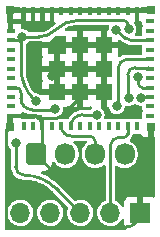
<source format=gbr>
%TF.GenerationSoftware,KiCad,Pcbnew,(6.0.2-0)*%
%TF.CreationDate,2022-04-04T13:28:19+01:00*%
%TF.ProjectId,Daikin,4461696b-696e-42e6-9b69-6361645f7063,1*%
%TF.SameCoordinates,Original*%
%TF.FileFunction,Copper,L1,Top*%
%TF.FilePolarity,Positive*%
%FSLAX46Y46*%
G04 Gerber Fmt 4.6, Leading zero omitted, Abs format (unit mm)*
G04 Created by KiCad (PCBNEW (6.0.2-0)) date 2022-04-04 13:28:19*
%MOMM*%
%LPD*%
G01*
G04 APERTURE LIST*
G04 Aperture macros list*
%AMRoundRect*
0 Rectangle with rounded corners*
0 $1 Rounding radius*
0 $2 $3 $4 $5 $6 $7 $8 $9 X,Y pos of 4 corners*
0 Add a 4 corners polygon primitive as box body*
4,1,4,$2,$3,$4,$5,$6,$7,$8,$9,$2,$3,0*
0 Add four circle primitives for the rounded corners*
1,1,$1+$1,$2,$3*
1,1,$1+$1,$4,$5*
1,1,$1+$1,$6,$7*
1,1,$1+$1,$8,$9*
0 Add four rect primitives between the rounded corners*
20,1,$1+$1,$2,$3,$4,$5,0*
20,1,$1+$1,$4,$5,$6,$7,0*
20,1,$1+$1,$6,$7,$8,$9,0*
20,1,$1+$1,$8,$9,$2,$3,0*%
%AMOutline5P*
0 Free polygon, 5 corners , with rotation*
0 The origin of the aperture is its center*
0 number of corners: always 5*
0 $1 to $10 corner X, Y*
0 $11 Rotation angle, in degrees counterclockwise*
0 create outline with 5 corners*
4,1,5,$1,$2,$3,$4,$5,$6,$7,$8,$9,$10,$1,$2,$11*%
%AMOutline6P*
0 Free polygon, 6 corners , with rotation*
0 The origin of the aperture is its center*
0 number of corners: always 6*
0 $1 to $12 corner X, Y*
0 $13 Rotation angle, in degrees counterclockwise*
0 create outline with 6 corners*
4,1,6,$1,$2,$3,$4,$5,$6,$7,$8,$9,$10,$11,$12,$1,$2,$13*%
%AMOutline7P*
0 Free polygon, 7 corners , with rotation*
0 The origin of the aperture is its center*
0 number of corners: always 7*
0 $1 to $14 corner X, Y*
0 $15 Rotation angle, in degrees counterclockwise*
0 create outline with 7 corners*
4,1,7,$1,$2,$3,$4,$5,$6,$7,$8,$9,$10,$11,$12,$13,$14,$1,$2,$15*%
%AMOutline8P*
0 Free polygon, 8 corners , with rotation*
0 The origin of the aperture is its center*
0 number of corners: always 8*
0 $1 to $16 corner X, Y*
0 $17 Rotation angle, in degrees counterclockwise*
0 create outline with 8 corners*
4,1,8,$1,$2,$3,$4,$5,$6,$7,$8,$9,$10,$11,$12,$13,$14,$15,$16,$1,$2,$17*%
G04 Aperture macros list end*
%TA.AperFunction,ComponentPad*%
%ADD10R,1.700000X1.700000*%
%TD*%
%TA.AperFunction,ComponentPad*%
%ADD11O,1.700000X1.700000*%
%TD*%
%TA.AperFunction,SMDPad,CuDef*%
%ADD12R,0.800000X0.400000*%
%TD*%
%TA.AperFunction,SMDPad,CuDef*%
%ADD13R,0.400000X0.800000*%
%TD*%
%TA.AperFunction,SMDPad,CuDef*%
%ADD14R,1.450000X1.450000*%
%TD*%
%TA.AperFunction,SMDPad,CuDef*%
%ADD15Outline5P,-0.725000X0.130500X-0.130500X0.725000X0.725000X0.725000X0.725000X-0.725000X-0.725000X-0.725000X0.000000*%
%TD*%
%TA.AperFunction,SMDPad,CuDef*%
%ADD16R,0.700000X0.700000*%
%TD*%
%TA.AperFunction,ComponentPad*%
%ADD17RoundRect,0.250000X-0.600000X-0.675000X0.600000X-0.675000X0.600000X0.675000X-0.600000X0.675000X0*%
%TD*%
%TA.AperFunction,ComponentPad*%
%ADD18O,1.700000X1.850000*%
%TD*%
%TA.AperFunction,ViaPad*%
%ADD19C,0.800000*%
%TD*%
%TA.AperFunction,Conductor*%
%ADD20C,0.250000*%
%TD*%
G04 APERTURE END LIST*
D10*
%TO.P,J2,1,GND*%
%TO.N,GND*%
X105080000Y-56400000D03*
D11*
%TO.P,J2,2,0*%
%TO.N,GPIO0*%
X102540000Y-56400000D03*
%TO.P,J2,3,3V3*%
%TO.N,+3V3*%
X100000000Y-56400000D03*
%TO.P,J2,4,Rx*%
%TO.N,I*%
X97460000Y-56400000D03*
%TO.P,J2,5,Tx*%
%TO.N,O*%
X94920000Y-56400000D03*
%TD*%
D12*
%TO.P,U1,1,GND*%
%TO.N,GND*%
X94100000Y-40193250D03*
%TO.P,U1,2,GND*%
X94100000Y-40993250D03*
%TO.P,U1,3,3V3*%
%TO.N,+3V3*%
X94100000Y-41793250D03*
%TO.P,U1,4,I36*%
%TO.N,unconnected-(U1-Pad4)*%
X94100000Y-42593250D03*
%TO.P,U1,5,I37*%
%TO.N,unconnected-(U1-Pad5)*%
X94100000Y-43393250D03*
%TO.P,U1,6,I38*%
%TO.N,unconnected-(U1-Pad6)*%
X94100000Y-44193250D03*
%TO.P,U1,7,I39*%
%TO.N,unconnected-(U1-Pad7)*%
X94100000Y-44993250D03*
%TO.P,U1,8,EN*%
%TO.N,EN*%
X94100000Y-45793250D03*
%TO.P,U1,9,I34*%
%TO.N,unconnected-(U1-Pad9)*%
X94100000Y-46593250D03*
%TO.P,U1,10,I35*%
%TO.N,unconnected-(U1-Pad10)*%
X94100000Y-47393250D03*
%TO.P,U1,11,GND*%
%TO.N,GND*%
X94100000Y-48193250D03*
D13*
%TO.P,U1,12,IO32*%
%TO.N,unconnected-(U1-Pad12)*%
X95200000Y-49093250D03*
%TO.P,U1,13,IO33*%
%TO.N,unconnected-(U1-Pad13)*%
X96000000Y-49093250D03*
%TO.P,U1,14,GND*%
%TO.N,GND*%
X96800000Y-49093250D03*
%TO.P,U1,15,IO25*%
%TO.N,unconnected-(U1-Pad15)*%
X97600000Y-49093250D03*
%TO.P,U1,16,IO26*%
%TO.N,TX*%
X98400000Y-49093250D03*
%TO.P,U1,17,IO27*%
%TO.N,RX*%
X99200000Y-49093250D03*
%TO.P,U1,18,IO14*%
%TO.N,unconnected-(U1-Pad18)*%
X100000000Y-49093250D03*
%TO.P,U1,19,IO12*%
%TO.N,unconnected-(U1-Pad19)*%
X100800000Y-49093250D03*
%TO.P,U1,20,IO13*%
%TO.N,unconnected-(U1-Pad20)*%
X101600000Y-49093250D03*
%TO.P,U1,21,IO15*%
%TO.N,unconnected-(U1-Pad21)*%
X102400000Y-49093250D03*
%TO.P,U1,22,IO2*%
%TO.N,unconnected-(U1-Pad22)*%
X103200000Y-49093250D03*
%TO.P,U1,23,IO0*%
%TO.N,GPIO0*%
X104000000Y-49093250D03*
%TO.P,U1,24,IO4*%
%TO.N,unconnected-(U1-Pad24)*%
X104800000Y-49093250D03*
D12*
%TO.P,U1,25,NC*%
%TO.N,unconnected-(U1-Pad25)*%
X105900000Y-48193250D03*
%TO.P,U1,26,IO20*%
%TO.N,unconnected-(U1-Pad26)*%
X105900000Y-47393250D03*
%TO.P,U1,27,IO7*%
%TO.N,B*%
X105900000Y-46593250D03*
%TO.P,U1,28,IO8*%
%TO.N,G*%
X105900000Y-45793250D03*
%TO.P,U1,29,IO5*%
%TO.N,unconnected-(U1-Pad29)*%
X105900000Y-44993250D03*
%TO.P,U1,30,RXD0*%
%TO.N,I*%
X105900000Y-44193250D03*
%TO.P,U1,31,TXD0*%
%TO.N,O*%
X105900000Y-43393250D03*
%TO.P,U1,32,NC*%
%TO.N,unconnected-(U1-Pad32)*%
X105900000Y-42593250D03*
%TO.P,U1,33,IO19*%
%TO.N,R*%
X105900000Y-41793250D03*
%TO.P,U1,34,IO22*%
%TO.N,unconnected-(U1-Pad34)*%
X105900000Y-40993250D03*
%TO.P,U1,35,IO21*%
%TO.N,unconnected-(U1-Pad35)*%
X105900000Y-40193250D03*
D13*
%TO.P,U1,36,GND*%
%TO.N,GND*%
X104800000Y-39293250D03*
%TO.P,U1,37,GND*%
X104000000Y-39293250D03*
%TO.P,U1,38,GND*%
X103200000Y-39293250D03*
%TO.P,U1,39,GND*%
X102400000Y-39293250D03*
%TO.P,U1,40,GND*%
X101600000Y-39293250D03*
%TO.P,U1,41,GND*%
X100800000Y-39293250D03*
%TO.P,U1,42,GND*%
X100000000Y-39293250D03*
%TO.P,U1,43,GND*%
X99200000Y-39293250D03*
%TO.P,U1,44,GND*%
X98400000Y-39293250D03*
%TO.P,U1,45,GND*%
X97600000Y-39293250D03*
%TO.P,U1,46,GND*%
X96800000Y-39293250D03*
%TO.P,U1,47,GND*%
X96000000Y-39293250D03*
%TO.P,U1,48,GND*%
X95200000Y-39293250D03*
D14*
%TO.P,U1,49,GND*%
X101975000Y-44193250D03*
X98025000Y-44193250D03*
X100000000Y-44193250D03*
X101975000Y-42218250D03*
X101975000Y-46168250D03*
D15*
X98025000Y-42218250D03*
D14*
X100000000Y-42218250D03*
X98025000Y-46168250D03*
X100000000Y-46168250D03*
D16*
%TO.P,U1,50,GND*%
X105950000Y-39243250D03*
%TO.P,U1,51,GND*%
X105950000Y-49143250D03*
%TO.P,U1,52,GND*%
X94050000Y-49143250D03*
%TO.P,U1,53,GND*%
X94050000Y-39243250D03*
%TD*%
D17*
%TO.P,J1,1,Pin_1*%
%TO.N,GND*%
X96250000Y-51440000D03*
D18*
%TO.P,J1,2,Pin_2*%
%TO.N,DC*%
X98750000Y-51440000D03*
%TO.P,J1,3,Pin_3*%
%TO.N,TX*%
X101250000Y-51440000D03*
%TO.P,J1,4,Pin_4*%
%TO.N,Net-(J1-Pad4)*%
X103750000Y-51440000D03*
%TD*%
D19*
%TO.N,GND*%
X105400000Y-54400000D03*
X95100000Y-54400000D03*
X105400000Y-50800000D03*
X95900000Y-40600000D03*
X97600000Y-44800000D03*
%TO.N,RX*%
X101400000Y-48093748D03*
%TO.N,EN*%
X97878044Y-47603592D03*
%TO.N,R*%
X103063789Y-40881895D03*
%TO.N,G*%
X104900383Y-44895939D03*
%TO.N,B*%
X105143568Y-46702392D03*
%TO.N,+3V3*%
X94524500Y-50497515D03*
X95100000Y-41500000D03*
X96225500Y-46949450D03*
X104100000Y-40850498D03*
%TO.N,I*%
X104106755Y-46693245D03*
%TO.N,O*%
X103100989Y-47400000D03*
%TD*%
D20*
%TO.N,GND*%
X96800000Y-48443250D02*
X96550000Y-48193250D01*
X100000000Y-46600000D02*
X100000000Y-46168250D01*
X94100000Y-48193250D02*
X96550000Y-48193250D01*
X96800000Y-49093250D02*
X96800000Y-50890000D01*
X93745489Y-49447761D02*
X93745489Y-56886499D01*
X93745489Y-49447761D02*
X94050000Y-49143250D01*
X98800000Y-47800000D02*
X100000000Y-46600000D01*
X96250000Y-51440000D02*
X99000000Y-54190000D01*
X96874511Y-48368739D02*
X98031261Y-48368739D01*
X96800000Y-50890000D02*
X96250000Y-51440000D01*
X98372683Y-48227318D02*
X98800000Y-47800000D01*
X96800000Y-49093250D02*
X96800000Y-48443250D01*
X99000000Y-54190000D02*
X99000000Y-54400000D01*
X94458990Y-57600000D02*
X103880000Y-57600000D01*
X96800000Y-49093250D02*
G75*
G03*
X95900000Y-48193250I-900000J0D01*
G01*
X94458990Y-57600000D02*
G75*
G02*
X93745489Y-56886499I1J713502D01*
G01*
X93745489Y-49447761D02*
G75*
G02*
X94050000Y-49143250I304510J1D01*
G01*
X98372683Y-48227318D02*
G75*
G02*
X98031261Y-48368739I-341422J341424D01*
G01*
X105080000Y-56400000D02*
G75*
G02*
X103880000Y-57600000I-1200000J0D01*
G01*
X96874511Y-48368739D02*
G75*
G03*
X96800000Y-48443250I1J-74512D01*
G01*
%TO.N,TX*%
X101250000Y-51440000D02*
X101250000Y-50350000D01*
X100800000Y-49900000D02*
X99206750Y-49900000D01*
X98400000Y-49093250D02*
G75*
G03*
X99206750Y-49900000I806751J1D01*
G01*
X100800000Y-49900000D02*
G75*
G02*
X101250000Y-50350000I0J-450000D01*
G01*
%TO.N,RX*%
X101400000Y-48093748D02*
X100199502Y-48093748D01*
X99200000Y-49093250D02*
G75*
G02*
X100199502Y-48093748I999501J1D01*
G01*
%TO.N,EN*%
X94100000Y-45793250D02*
X94549022Y-45793250D01*
X94975725Y-46219953D02*
X94975725Y-46724275D01*
X95925401Y-47673951D02*
X97807685Y-47673951D01*
X94975725Y-46219953D02*
G75*
G03*
X94549022Y-45793250I-426702J1D01*
G01*
X97878044Y-47603592D02*
G75*
G02*
X97807685Y-47673951I-70360J1D01*
G01*
X95925401Y-47673951D02*
G75*
G02*
X94975725Y-46724275I1J949677D01*
G01*
%TO.N,GPIO0*%
X103743250Y-50000000D02*
X103300000Y-50000000D01*
X104000000Y-49093250D02*
X104000000Y-49743250D01*
X102540000Y-50760000D02*
X102540000Y-56400000D01*
X103743250Y-50000000D02*
G75*
G03*
X104000000Y-49743250I1J256749D01*
G01*
X102540000Y-50760000D02*
G75*
G02*
X103300000Y-50000000I760001J-1D01*
G01*
%TO.N,R*%
X103063789Y-40881895D02*
X103750209Y-41568315D01*
X104293250Y-41793250D02*
X105900000Y-41793250D01*
X104293250Y-41793250D02*
G75*
G02*
X103750209Y-41568315I1J767978D01*
G01*
%TO.N,G*%
X104900383Y-44895939D02*
X104900383Y-45443633D01*
X105250000Y-45793250D02*
X105900000Y-45793250D01*
X105250000Y-45793250D02*
G75*
G02*
X104900383Y-45443633I-2J349615D01*
G01*
%TO.N,B*%
X105900000Y-46593250D02*
X105252710Y-46593250D01*
X105143568Y-46702392D02*
G75*
G02*
X105252710Y-46593250I109142J0D01*
G01*
%TO.N,+3V3*%
X94524500Y-50497515D02*
X94524500Y-52524500D01*
X96077595Y-46801546D02*
X96225500Y-46949450D01*
X95100000Y-41500000D02*
X94806750Y-41793250D01*
X95000000Y-41986500D02*
X95000000Y-44200000D01*
X96514494Y-41500000D02*
X95100000Y-41500000D01*
X97931371Y-54331371D02*
X100000000Y-56400000D01*
X103600000Y-40100000D02*
X99894392Y-40100000D01*
X94806750Y-41793250D02*
X94100000Y-41793250D01*
X104100000Y-40850498D02*
X104100000Y-40600000D01*
X94806750Y-41793250D02*
X95000000Y-41986500D01*
X95200000Y-53200000D02*
G75*
G02*
X94524500Y-52524500I-1J675499D01*
G01*
X96514494Y-41500000D02*
G75*
G03*
X97855437Y-40944563I1J1896376D01*
G01*
X97855437Y-40944563D02*
G75*
G02*
X99894392Y-40100000I2038957J-2038959D01*
G01*
X96077595Y-46801546D02*
G75*
G02*
X95000000Y-44200000I2601552J2601548D01*
G01*
X97931371Y-54331371D02*
G75*
G03*
X95200000Y-53200000I-2731373J-2731375D01*
G01*
X103600000Y-40100000D02*
G75*
G02*
X104100000Y-40600000I-1J-500001D01*
G01*
%TO.N,I*%
X104106755Y-46693245D02*
X104017852Y-46604342D01*
X104017852Y-46604342D02*
X104017852Y-44717852D01*
X104635704Y-44100000D02*
X105806750Y-44100000D01*
X105900000Y-44193250D02*
G75*
G03*
X105806750Y-44100000I-93249J1D01*
G01*
X104635704Y-44100000D02*
G75*
G03*
X104017852Y-44717852I1J-617853D01*
G01*
%TO.N,O*%
X103993250Y-43393250D02*
X105900000Y-43393250D01*
X103100989Y-47299011D02*
X103200000Y-47200000D01*
X103100989Y-47400000D02*
X103100989Y-47299011D01*
X103200000Y-47200000D02*
X103200000Y-44186500D01*
X103993250Y-43393250D02*
G75*
G03*
X103200000Y-44186500I2J-793252D01*
G01*
%TD*%
%TA.AperFunction,Conductor*%
%TO.N,GND*%
G36*
X100543955Y-50299502D02*
G01*
X100590448Y-50353158D01*
X100600552Y-50423432D01*
X100571058Y-50488012D01*
X100548734Y-50508269D01*
X100529907Y-50521624D01*
X100529900Y-50521630D01*
X100525014Y-50525096D01*
X100379272Y-50677340D01*
X100376021Y-50682375D01*
X100290297Y-50815139D01*
X100264948Y-50854397D01*
X100186166Y-51049878D01*
X100145771Y-51256729D01*
X100145500Y-51262270D01*
X100145500Y-51567659D01*
X100160493Y-51724806D01*
X100219823Y-51927042D01*
X100222573Y-51932381D01*
X100301960Y-52086520D01*
X100316324Y-52114410D01*
X100328721Y-52130192D01*
X100442808Y-52275432D01*
X100442812Y-52275436D01*
X100446514Y-52280149D01*
X100451044Y-52284080D01*
X100451045Y-52284081D01*
X100601165Y-52414350D01*
X100601170Y-52414354D01*
X100605696Y-52418281D01*
X100788126Y-52523819D01*
X100987222Y-52592957D01*
X100993155Y-52593817D01*
X100993158Y-52593818D01*
X101189860Y-52622338D01*
X101189863Y-52622338D01*
X101195800Y-52623199D01*
X101406333Y-52613455D01*
X101412157Y-52612051D01*
X101412160Y-52612051D01*
X101605393Y-52565482D01*
X101605395Y-52565481D01*
X101611226Y-52564076D01*
X101616684Y-52561594D01*
X101616688Y-52561593D01*
X101742427Y-52504422D01*
X101803084Y-52476843D01*
X101961601Y-52364399D01*
X102028734Y-52341301D01*
X102097699Y-52358165D01*
X102146598Y-52409637D01*
X102160500Y-52467169D01*
X102160500Y-55274839D01*
X102140498Y-55342960D01*
X102086842Y-55389453D01*
X102078118Y-55393049D01*
X102062463Y-55398824D01*
X101888010Y-55502612D01*
X101883670Y-55506418D01*
X101883666Y-55506421D01*
X101863723Y-55523911D01*
X101735392Y-55636455D01*
X101609720Y-55795869D01*
X101607031Y-55800980D01*
X101607029Y-55800983D01*
X101594073Y-55825609D01*
X101515203Y-55975515D01*
X101455007Y-56169378D01*
X101431148Y-56370964D01*
X101444424Y-56573522D01*
X101445845Y-56579118D01*
X101445846Y-56579123D01*
X101464863Y-56654000D01*
X101494392Y-56770269D01*
X101496809Y-56775512D01*
X101534010Y-56856208D01*
X101579377Y-56954616D01*
X101696533Y-57120389D01*
X101841938Y-57262035D01*
X102010720Y-57374812D01*
X102016023Y-57377090D01*
X102016026Y-57377092D01*
X102104707Y-57415192D01*
X102197228Y-57454942D01*
X102270244Y-57471464D01*
X102389579Y-57498467D01*
X102389584Y-57498468D01*
X102395216Y-57499742D01*
X102400987Y-57499969D01*
X102400989Y-57499969D01*
X102460756Y-57502317D01*
X102598053Y-57507712D01*
X102698499Y-57493148D01*
X102793231Y-57479413D01*
X102793236Y-57479412D01*
X102798945Y-57478584D01*
X102804409Y-57476729D01*
X102804414Y-57476728D01*
X102985693Y-57415192D01*
X102985698Y-57415190D01*
X102991165Y-57413334D01*
X103168276Y-57314147D01*
X103183495Y-57301490D01*
X103319913Y-57188031D01*
X103324345Y-57184345D01*
X103454147Y-57028276D01*
X103456969Y-57023236D01*
X103456973Y-57023231D01*
X103486067Y-56971279D01*
X103536804Y-56921617D01*
X103606335Y-56907270D01*
X103672586Y-56932791D01*
X103714522Y-56990080D01*
X103722001Y-57032845D01*
X103722001Y-57294669D01*
X103722371Y-57301490D01*
X103727895Y-57352352D01*
X103731521Y-57367604D01*
X103776676Y-57488054D01*
X103785214Y-57503649D01*
X103861715Y-57605724D01*
X103874277Y-57618286D01*
X103875462Y-57619174D01*
X103876342Y-57620351D01*
X103880626Y-57624635D01*
X103880008Y-57625253D01*
X103917977Y-57676033D01*
X103923003Y-57746852D01*
X103888943Y-57809145D01*
X103826611Y-57843135D01*
X103799897Y-57846000D01*
X93780000Y-57846000D01*
X93711879Y-57825998D01*
X93665386Y-57772342D01*
X93654000Y-57720000D01*
X93654000Y-56866477D01*
X93674002Y-56798356D01*
X93727658Y-56751863D01*
X93797932Y-56741759D01*
X93862512Y-56771253D01*
X93894426Y-56813726D01*
X93959377Y-56954616D01*
X94076533Y-57120389D01*
X94221938Y-57262035D01*
X94390720Y-57374812D01*
X94396023Y-57377090D01*
X94396026Y-57377092D01*
X94484707Y-57415192D01*
X94577228Y-57454942D01*
X94650244Y-57471464D01*
X94769579Y-57498467D01*
X94769584Y-57498468D01*
X94775216Y-57499742D01*
X94780987Y-57499969D01*
X94780989Y-57499969D01*
X94840756Y-57502317D01*
X94978053Y-57507712D01*
X95078499Y-57493148D01*
X95173231Y-57479413D01*
X95173236Y-57479412D01*
X95178945Y-57478584D01*
X95184409Y-57476729D01*
X95184414Y-57476728D01*
X95365693Y-57415192D01*
X95365698Y-57415190D01*
X95371165Y-57413334D01*
X95548276Y-57314147D01*
X95563495Y-57301490D01*
X95699913Y-57188031D01*
X95704345Y-57184345D01*
X95834147Y-57028276D01*
X95933334Y-56851165D01*
X95935190Y-56845698D01*
X95935192Y-56845693D01*
X95996728Y-56664414D01*
X95996729Y-56664409D01*
X95998584Y-56658945D01*
X95999412Y-56653236D01*
X95999413Y-56653231D01*
X96027179Y-56461727D01*
X96027712Y-56458053D01*
X96029232Y-56400000D01*
X96026564Y-56370964D01*
X96351148Y-56370964D01*
X96364424Y-56573522D01*
X96365845Y-56579118D01*
X96365846Y-56579123D01*
X96384863Y-56654000D01*
X96414392Y-56770269D01*
X96416809Y-56775512D01*
X96454010Y-56856208D01*
X96499377Y-56954616D01*
X96616533Y-57120389D01*
X96761938Y-57262035D01*
X96930720Y-57374812D01*
X96936023Y-57377090D01*
X96936026Y-57377092D01*
X97024707Y-57415192D01*
X97117228Y-57454942D01*
X97190244Y-57471464D01*
X97309579Y-57498467D01*
X97309584Y-57498468D01*
X97315216Y-57499742D01*
X97320987Y-57499969D01*
X97320989Y-57499969D01*
X97380756Y-57502317D01*
X97518053Y-57507712D01*
X97618499Y-57493148D01*
X97713231Y-57479413D01*
X97713236Y-57479412D01*
X97718945Y-57478584D01*
X97724409Y-57476729D01*
X97724414Y-57476728D01*
X97905693Y-57415192D01*
X97905698Y-57415190D01*
X97911165Y-57413334D01*
X98088276Y-57314147D01*
X98103495Y-57301490D01*
X98239913Y-57188031D01*
X98244345Y-57184345D01*
X98374147Y-57028276D01*
X98473334Y-56851165D01*
X98475190Y-56845698D01*
X98475192Y-56845693D01*
X98536728Y-56664414D01*
X98536729Y-56664409D01*
X98538584Y-56658945D01*
X98539412Y-56653236D01*
X98539413Y-56653231D01*
X98567179Y-56461727D01*
X98567712Y-56458053D01*
X98569232Y-56400000D01*
X98550658Y-56197859D01*
X98549090Y-56192299D01*
X98497125Y-56008046D01*
X98497124Y-56008044D01*
X98495557Y-56002487D01*
X98484978Y-55981033D01*
X98408331Y-55825609D01*
X98405776Y-55820428D01*
X98284320Y-55657779D01*
X98135258Y-55519987D01*
X98130375Y-55516906D01*
X98130371Y-55516903D01*
X97968464Y-55414748D01*
X97963581Y-55411667D01*
X97775039Y-55336446D01*
X97769379Y-55335320D01*
X97769375Y-55335319D01*
X97581613Y-55297971D01*
X97581610Y-55297971D01*
X97575946Y-55296844D01*
X97570171Y-55296768D01*
X97570167Y-55296768D01*
X97468793Y-55295441D01*
X97372971Y-55294187D01*
X97367274Y-55295166D01*
X97367273Y-55295166D01*
X97269620Y-55311946D01*
X97172910Y-55328564D01*
X96982463Y-55398824D01*
X96808010Y-55502612D01*
X96803670Y-55506418D01*
X96803666Y-55506421D01*
X96783723Y-55523911D01*
X96655392Y-55636455D01*
X96529720Y-55795869D01*
X96527031Y-55800980D01*
X96527029Y-55800983D01*
X96514073Y-55825609D01*
X96435203Y-55975515D01*
X96375007Y-56169378D01*
X96351148Y-56370964D01*
X96026564Y-56370964D01*
X96010658Y-56197859D01*
X96009090Y-56192299D01*
X95957125Y-56008046D01*
X95957124Y-56008044D01*
X95955557Y-56002487D01*
X95944978Y-55981033D01*
X95868331Y-55825609D01*
X95865776Y-55820428D01*
X95744320Y-55657779D01*
X95595258Y-55519987D01*
X95590375Y-55516906D01*
X95590371Y-55516903D01*
X95428464Y-55414748D01*
X95423581Y-55411667D01*
X95235039Y-55336446D01*
X95229379Y-55335320D01*
X95229375Y-55335319D01*
X95041613Y-55297971D01*
X95041610Y-55297971D01*
X95035946Y-55296844D01*
X95030171Y-55296768D01*
X95030167Y-55296768D01*
X94928793Y-55295441D01*
X94832971Y-55294187D01*
X94827274Y-55295166D01*
X94827273Y-55295166D01*
X94729620Y-55311946D01*
X94632910Y-55328564D01*
X94442463Y-55398824D01*
X94268010Y-55502612D01*
X94263670Y-55506418D01*
X94263666Y-55506421D01*
X94243723Y-55523911D01*
X94115392Y-55636455D01*
X93989720Y-55795869D01*
X93987031Y-55800980D01*
X93987029Y-55800983D01*
X93974073Y-55825609D01*
X93895203Y-55975515D01*
X93895185Y-55975506D01*
X93851859Y-56029267D01*
X93784495Y-56051687D01*
X93715704Y-56034127D01*
X93667326Y-55982164D01*
X93654000Y-55925767D01*
X93654000Y-50734307D01*
X93674002Y-50666186D01*
X93727658Y-50619693D01*
X93797932Y-50609589D01*
X93862512Y-50639083D01*
X93898326Y-50691006D01*
X93937053Y-50796834D01*
X94025408Y-50928320D01*
X94031027Y-50933433D01*
X94031028Y-50933434D01*
X94103799Y-50999650D01*
X94140722Y-51060290D01*
X94145000Y-51092844D01*
X94145000Y-52484711D01*
X94143449Y-52504421D01*
X94140269Y-52524499D01*
X94141820Y-52534291D01*
X94141820Y-52535526D01*
X94142218Y-52538767D01*
X94145980Y-52581760D01*
X94157059Y-52708398D01*
X94158483Y-52713711D01*
X94158483Y-52713713D01*
X94186084Y-52816720D01*
X94204837Y-52886709D01*
X94207159Y-52891690D01*
X94207160Y-52891691D01*
X94280527Y-53049028D01*
X94280530Y-53049033D01*
X94282853Y-53054015D01*
X94286009Y-53058522D01*
X94286010Y-53058524D01*
X94325841Y-53115408D01*
X94388736Y-53205232D01*
X94519268Y-53335764D01*
X94523776Y-53338921D01*
X94523779Y-53338923D01*
X94665976Y-53438490D01*
X94670485Y-53441647D01*
X94675467Y-53443970D01*
X94675472Y-53443973D01*
X94832809Y-53517340D01*
X94837791Y-53519663D01*
X94843099Y-53521085D01*
X94843101Y-53521086D01*
X95010787Y-53566017D01*
X95010789Y-53566017D01*
X95016102Y-53567441D01*
X95021588Y-53567921D01*
X95021594Y-53567922D01*
X95185739Y-53582284D01*
X95194453Y-53583353D01*
X95195099Y-53583455D01*
X95195100Y-53583455D01*
X95200000Y-53584231D01*
X95200001Y-53584231D01*
X95204891Y-53583456D01*
X95204897Y-53583456D01*
X95209930Y-53582659D01*
X95235821Y-53581260D01*
X95390014Y-53588835D01*
X95535239Y-53595969D01*
X95547535Y-53597180D01*
X95873423Y-53645522D01*
X95885545Y-53647932D01*
X95978897Y-53671316D01*
X96205126Y-53727984D01*
X96216958Y-53731573D01*
X96527151Y-53842561D01*
X96538575Y-53847293D01*
X96836394Y-53988151D01*
X96847299Y-53993980D01*
X97129879Y-54163353D01*
X97140160Y-54170223D01*
X97404773Y-54366473D01*
X97414331Y-54374317D01*
X97512865Y-54463622D01*
X97636457Y-54575638D01*
X97653776Y-54594937D01*
X97659679Y-54603063D01*
X97667702Y-54608892D01*
X97667703Y-54608893D01*
X97676124Y-54615011D01*
X97691158Y-54627852D01*
X98936477Y-55873171D01*
X98970503Y-55935483D01*
X98967715Y-55999630D01*
X98951551Y-56051687D01*
X98915007Y-56169378D01*
X98891148Y-56370964D01*
X98904424Y-56573522D01*
X98905845Y-56579118D01*
X98905846Y-56579123D01*
X98924863Y-56654000D01*
X98954392Y-56770269D01*
X98956809Y-56775512D01*
X98994010Y-56856208D01*
X99039377Y-56954616D01*
X99156533Y-57120389D01*
X99301938Y-57262035D01*
X99470720Y-57374812D01*
X99476023Y-57377090D01*
X99476026Y-57377092D01*
X99564707Y-57415192D01*
X99657228Y-57454942D01*
X99730244Y-57471464D01*
X99849579Y-57498467D01*
X99849584Y-57498468D01*
X99855216Y-57499742D01*
X99860987Y-57499969D01*
X99860989Y-57499969D01*
X99920756Y-57502317D01*
X100058053Y-57507712D01*
X100158499Y-57493148D01*
X100253231Y-57479413D01*
X100253236Y-57479412D01*
X100258945Y-57478584D01*
X100264409Y-57476729D01*
X100264414Y-57476728D01*
X100445693Y-57415192D01*
X100445698Y-57415190D01*
X100451165Y-57413334D01*
X100628276Y-57314147D01*
X100643495Y-57301490D01*
X100779913Y-57188031D01*
X100784345Y-57184345D01*
X100914147Y-57028276D01*
X101013334Y-56851165D01*
X101015190Y-56845698D01*
X101015192Y-56845693D01*
X101076728Y-56664414D01*
X101076729Y-56664409D01*
X101078584Y-56658945D01*
X101079412Y-56653236D01*
X101079413Y-56653231D01*
X101107179Y-56461727D01*
X101107712Y-56458053D01*
X101109232Y-56400000D01*
X101090658Y-56197859D01*
X101089090Y-56192299D01*
X101037125Y-56008046D01*
X101037124Y-56008044D01*
X101035557Y-56002487D01*
X101024978Y-55981033D01*
X100948331Y-55825609D01*
X100945776Y-55820428D01*
X100824320Y-55657779D01*
X100675258Y-55519987D01*
X100670375Y-55516906D01*
X100670371Y-55516903D01*
X100508464Y-55414748D01*
X100503581Y-55411667D01*
X100315039Y-55336446D01*
X100309379Y-55335320D01*
X100309375Y-55335319D01*
X100121613Y-55297971D01*
X100121610Y-55297971D01*
X100115946Y-55296844D01*
X100110171Y-55296768D01*
X100110167Y-55296768D01*
X100008793Y-55295441D01*
X99912971Y-55294187D01*
X99907274Y-55295166D01*
X99907273Y-55295166D01*
X99809620Y-55311946D01*
X99712910Y-55328564D01*
X99607671Y-55367389D01*
X99536839Y-55372201D01*
X99474966Y-55338272D01*
X98227852Y-54091158D01*
X98215011Y-54076124D01*
X98208888Y-54067696D01*
X98208887Y-54067695D01*
X98203063Y-54059679D01*
X98198146Y-54056106D01*
X98130347Y-53993980D01*
X97931494Y-53811765D01*
X97931486Y-53811758D01*
X97929458Y-53809900D01*
X97927266Y-53808218D01*
X97637748Y-53586062D01*
X97637736Y-53586054D01*
X97635568Y-53584390D01*
X97323142Y-53385353D01*
X97148795Y-53294593D01*
X96997003Y-53215575D01*
X96996997Y-53215572D01*
X96994557Y-53214302D01*
X96961770Y-53200721D01*
X96755806Y-53115408D01*
X96700525Y-53070860D01*
X96678104Y-53003496D01*
X96695662Y-52934705D01*
X96747624Y-52886327D01*
X96804024Y-52872999D01*
X96897095Y-52872999D01*
X96903614Y-52872662D01*
X96999206Y-52862743D01*
X97012600Y-52859851D01*
X97166784Y-52808412D01*
X97179962Y-52802239D01*
X97317807Y-52716937D01*
X97329208Y-52707901D01*
X97443739Y-52593171D01*
X97452751Y-52581760D01*
X97537816Y-52443757D01*
X97543963Y-52430576D01*
X97595138Y-52276290D01*
X97598005Y-52262914D01*
X97604869Y-52195919D01*
X97631710Y-52130192D01*
X97689824Y-52089410D01*
X97760762Y-52086520D01*
X97822001Y-52122442D01*
X97829299Y-52130928D01*
X97946514Y-52280149D01*
X97951044Y-52284080D01*
X97951045Y-52284081D01*
X98101165Y-52414350D01*
X98101170Y-52414354D01*
X98105696Y-52418281D01*
X98288126Y-52523819D01*
X98487222Y-52592957D01*
X98493155Y-52593817D01*
X98493158Y-52593818D01*
X98689860Y-52622338D01*
X98689863Y-52622338D01*
X98695800Y-52623199D01*
X98906333Y-52613455D01*
X98912157Y-52612051D01*
X98912160Y-52612051D01*
X99105393Y-52565482D01*
X99105395Y-52565481D01*
X99111226Y-52564076D01*
X99116684Y-52561594D01*
X99116688Y-52561593D01*
X99242427Y-52504422D01*
X99303084Y-52476843D01*
X99474986Y-52354904D01*
X99620728Y-52202660D01*
X99677710Y-52114410D01*
X99731800Y-52030640D01*
X99731801Y-52030637D01*
X99735052Y-52025603D01*
X99813834Y-51830122D01*
X99854229Y-51623271D01*
X99854500Y-51617730D01*
X99854500Y-51312341D01*
X99839507Y-51155194D01*
X99780177Y-50952958D01*
X99729415Y-50854397D01*
X99686422Y-50770921D01*
X99686420Y-50770918D01*
X99683676Y-50765590D01*
X99627324Y-50693851D01*
X99557192Y-50604568D01*
X99557188Y-50604564D01*
X99553486Y-50599851D01*
X99472326Y-50529423D01*
X99439185Y-50500665D01*
X99400844Y-50440912D01*
X99400895Y-50369915D01*
X99439322Y-50310216D01*
X99503924Y-50280770D01*
X99521766Y-50279500D01*
X100475834Y-50279500D01*
X100543955Y-50299502D01*
G37*
%TD.AperFunction*%
%TA.AperFunction,Conductor*%
G36*
X106146121Y-48909252D02*
G01*
X106192614Y-48962908D01*
X106204000Y-49015250D01*
X106204000Y-49983134D01*
X106208475Y-49998373D01*
X106209865Y-49999578D01*
X106217548Y-50001249D01*
X106220000Y-50001249D01*
X106227009Y-50003307D01*
X106230783Y-50004128D01*
X106230724Y-50004398D01*
X106288121Y-50021251D01*
X106334614Y-50074907D01*
X106346000Y-50127249D01*
X106346000Y-54981587D01*
X106325998Y-55049708D01*
X106272342Y-55096201D01*
X106202068Y-55106305D01*
X106175770Y-55099569D01*
X106047606Y-55051522D01*
X106032351Y-55047895D01*
X105981486Y-55042369D01*
X105974672Y-55042000D01*
X105352115Y-55042000D01*
X105336876Y-55046475D01*
X105335671Y-55047865D01*
X105334000Y-55055548D01*
X105334000Y-56528000D01*
X105313998Y-56596121D01*
X105260342Y-56642614D01*
X105208000Y-56654000D01*
X104952000Y-56654000D01*
X104883879Y-56633998D01*
X104837386Y-56580342D01*
X104826000Y-56528000D01*
X104826000Y-55060116D01*
X104821525Y-55044877D01*
X104820135Y-55043672D01*
X104812452Y-55042001D01*
X104185331Y-55042001D01*
X104178510Y-55042371D01*
X104127648Y-55047895D01*
X104112396Y-55051521D01*
X103991946Y-55096676D01*
X103976351Y-55105214D01*
X103874276Y-55181715D01*
X103861715Y-55194276D01*
X103785214Y-55296351D01*
X103776676Y-55311946D01*
X103731522Y-55432394D01*
X103727895Y-55447649D01*
X103722369Y-55498514D01*
X103722000Y-55505328D01*
X103722000Y-55760160D01*
X103701998Y-55828281D01*
X103648342Y-55874774D01*
X103578068Y-55884878D01*
X103513488Y-55855384D01*
X103488567Y-55825994D01*
X103488331Y-55825608D01*
X103485776Y-55820428D01*
X103364320Y-55657779D01*
X103215258Y-55519987D01*
X103210375Y-55516906D01*
X103210371Y-55516903D01*
X103048464Y-55414748D01*
X103043581Y-55411667D01*
X102998810Y-55393805D01*
X102942951Y-55349985D01*
X102919500Y-55276775D01*
X102919500Y-52529022D01*
X102939502Y-52460901D01*
X102993158Y-52414408D01*
X103063432Y-52404304D01*
X103108595Y-52419958D01*
X103288126Y-52523819D01*
X103487222Y-52592957D01*
X103493155Y-52593817D01*
X103493158Y-52593818D01*
X103689860Y-52622338D01*
X103689863Y-52622338D01*
X103695800Y-52623199D01*
X103906333Y-52613455D01*
X103912157Y-52612051D01*
X103912160Y-52612051D01*
X104105393Y-52565482D01*
X104105395Y-52565481D01*
X104111226Y-52564076D01*
X104116684Y-52561594D01*
X104116688Y-52561593D01*
X104242427Y-52504422D01*
X104303084Y-52476843D01*
X104474986Y-52354904D01*
X104620728Y-52202660D01*
X104677710Y-52114410D01*
X104731800Y-52030640D01*
X104731801Y-52030637D01*
X104735052Y-52025603D01*
X104813834Y-51830122D01*
X104854229Y-51623271D01*
X104854500Y-51617730D01*
X104854500Y-51312341D01*
X104839507Y-51155194D01*
X104780177Y-50952958D01*
X104729415Y-50854397D01*
X104686422Y-50770921D01*
X104686420Y-50770918D01*
X104683676Y-50765590D01*
X104627324Y-50693851D01*
X104557192Y-50604568D01*
X104557188Y-50604564D01*
X104553486Y-50599851D01*
X104514176Y-50565739D01*
X104398835Y-50465650D01*
X104398830Y-50465646D01*
X104394304Y-50461719D01*
X104238729Y-50371717D01*
X104189785Y-50320295D01*
X104176409Y-50250570D01*
X104202853Y-50184682D01*
X104212733Y-50173561D01*
X104243838Y-50142456D01*
X104296592Y-50058499D01*
X104316354Y-50027047D01*
X104320119Y-50021055D01*
X104367473Y-49885724D01*
X104371878Y-49846627D01*
X104399381Y-49781174D01*
X104457905Y-49740981D01*
X104521667Y-49737155D01*
X104567886Y-49746348D01*
X104574933Y-49747750D01*
X104799963Y-49747750D01*
X105025066Y-49747749D01*
X105061065Y-49740589D01*
X105131779Y-49746918D01*
X105186471Y-49788604D01*
X105231716Y-49848975D01*
X105244276Y-49861535D01*
X105346351Y-49938036D01*
X105361946Y-49946574D01*
X105482394Y-49991728D01*
X105497649Y-49995355D01*
X105548514Y-50000881D01*
X105555328Y-50001250D01*
X105677885Y-50001250D01*
X105693124Y-49996775D01*
X105694329Y-49995385D01*
X105696000Y-49987702D01*
X105696000Y-49015250D01*
X105716002Y-48947129D01*
X105769658Y-48900636D01*
X105822000Y-48889250D01*
X106078000Y-48889250D01*
X106146121Y-48909252D01*
G37*
%TD.AperFunction*%
%TA.AperFunction,Conductor*%
G36*
X95199833Y-47838541D02*
G01*
X95320102Y-47912241D01*
X95324672Y-47914134D01*
X95324676Y-47914136D01*
X95508820Y-47990411D01*
X95513393Y-47992305D01*
X95564755Y-48004636D01*
X95712016Y-48039991D01*
X95712022Y-48039992D01*
X95716829Y-48041146D01*
X95853808Y-48051927D01*
X95858053Y-48052548D01*
X95859252Y-48052969D01*
X95864817Y-48053451D01*
X95868219Y-48053451D01*
X95878106Y-48053840D01*
X95912688Y-48056562D01*
X95913271Y-48056631D01*
X95913580Y-48056631D01*
X95917608Y-48056948D01*
X95925401Y-48058182D01*
X95945479Y-48055002D01*
X95965189Y-48053451D01*
X96228338Y-48053451D01*
X96296459Y-48073453D01*
X96342952Y-48127109D01*
X96353056Y-48197383D01*
X96323562Y-48261963D01*
X96303903Y-48280277D01*
X96244276Y-48324965D01*
X96231719Y-48337522D01*
X96193652Y-48388315D01*
X96136792Y-48430830D01*
X96092825Y-48438750D01*
X95795059Y-48438751D01*
X95774934Y-48438751D01*
X95739182Y-48445862D01*
X95712874Y-48451094D01*
X95712872Y-48451095D01*
X95700699Y-48453516D01*
X95690379Y-48460411D01*
X95690378Y-48460412D01*
X95670002Y-48474027D01*
X95602249Y-48495242D01*
X95529998Y-48474027D01*
X95509621Y-48460411D01*
X95509618Y-48460410D01*
X95499301Y-48453516D01*
X95425067Y-48438750D01*
X95403802Y-48438750D01*
X95099712Y-48438751D01*
X95031593Y-48418749D01*
X95017201Y-48407976D01*
X95002135Y-48394921D01*
X94994452Y-48393250D01*
X94322115Y-48393250D01*
X94306876Y-48397725D01*
X94305671Y-48399115D01*
X94304000Y-48406798D01*
X94304000Y-49271250D01*
X94283998Y-49339371D01*
X94230342Y-49385864D01*
X94178000Y-49397250D01*
X93922000Y-49397250D01*
X93853879Y-49377248D01*
X93807386Y-49323592D01*
X93796000Y-49271250D01*
X93796000Y-48364790D01*
X93816002Y-48296669D01*
X93869658Y-48250176D01*
X93886503Y-48243894D01*
X93897124Y-48240776D01*
X93898329Y-48239385D01*
X93900000Y-48231702D01*
X93900000Y-48119250D01*
X93920002Y-48051129D01*
X93973658Y-48004636D01*
X94026000Y-47993250D01*
X94989884Y-47993250D01*
X95005123Y-47988775D01*
X95006328Y-47987385D01*
X95007999Y-47979702D01*
X95007999Y-47945974D01*
X95028001Y-47877853D01*
X95081657Y-47831360D01*
X95151931Y-47821256D01*
X95199833Y-47838541D01*
G37*
%TD.AperFunction*%
%TA.AperFunction,Conductor*%
G36*
X102401913Y-40499502D02*
G01*
X102448406Y-40553158D01*
X102458510Y-40623432D01*
X102451185Y-40651269D01*
X102427956Y-40710849D01*
X102427955Y-40710853D01*
X102425195Y-40717932D01*
X102424203Y-40725465D01*
X102424203Y-40725466D01*
X102423488Y-40730899D01*
X102404518Y-40874991D01*
X102401300Y-40874567D01*
X102384905Y-40928420D01*
X102330791Y-40974378D01*
X102279589Y-40985250D01*
X102247115Y-40985250D01*
X102231876Y-40989725D01*
X102230671Y-40991115D01*
X102229000Y-40998798D01*
X102229000Y-41946135D01*
X102233475Y-41961374D01*
X102234865Y-41962579D01*
X102242548Y-41964250D01*
X103189884Y-41964250D01*
X103205123Y-41959775D01*
X103206328Y-41958385D01*
X103207999Y-41950702D01*
X103207999Y-41866990D01*
X103228001Y-41798869D01*
X103281657Y-41752376D01*
X103351931Y-41742272D01*
X103416511Y-41771766D01*
X103423094Y-41777895D01*
X103453728Y-41808529D01*
X103466569Y-41823563D01*
X103478517Y-41840008D01*
X103486697Y-41845951D01*
X103494433Y-41852051D01*
X103532111Y-41884231D01*
X103612930Y-41953257D01*
X103612935Y-41953260D01*
X103616695Y-41956472D01*
X103770696Y-42050844D01*
X103775266Y-42052737D01*
X103775270Y-42052739D01*
X103932991Y-42118069D01*
X103937564Y-42119963D01*
X103998952Y-42134701D01*
X104108377Y-42160972D01*
X104108383Y-42160973D01*
X104113190Y-42162127D01*
X104181492Y-42167502D01*
X104217534Y-42170339D01*
X104224519Y-42171361D01*
X104227101Y-42172268D01*
X104232666Y-42172750D01*
X104243218Y-42172750D01*
X104253103Y-42173138D01*
X104259487Y-42173640D01*
X104273471Y-42174741D01*
X104283298Y-42175905D01*
X104283451Y-42175929D01*
X104283453Y-42175929D01*
X104293249Y-42177481D01*
X104303042Y-42175930D01*
X104303043Y-42175930D01*
X104313326Y-42174301D01*
X104333037Y-42172750D01*
X105130843Y-42172750D01*
X105198964Y-42192752D01*
X105245457Y-42246408D01*
X105254422Y-42323330D01*
X105245500Y-42368183D01*
X105245501Y-42818316D01*
X105254423Y-42863172D01*
X105248093Y-42933886D01*
X105204537Y-42989952D01*
X105130843Y-43013750D01*
X104033037Y-43013750D01*
X104013326Y-43012199D01*
X103993249Y-43009019D01*
X103983454Y-43010570D01*
X103983174Y-43010570D01*
X103974459Y-43011601D01*
X103814172Y-43024218D01*
X103814165Y-43024219D01*
X103809224Y-43024608D01*
X103629730Y-43067701D01*
X103625159Y-43069594D01*
X103625157Y-43069595D01*
X103463761Y-43136447D01*
X103463757Y-43136449D01*
X103459187Y-43138342D01*
X103454963Y-43140930D01*
X103454958Y-43140933D01*
X103391014Y-43180118D01*
X103322481Y-43198657D01*
X103254804Y-43177201D01*
X103209471Y-43122562D01*
X103200874Y-43052088D01*
X103202017Y-43046413D01*
X103207631Y-42994736D01*
X103208000Y-42987922D01*
X103208000Y-42490365D01*
X103203525Y-42475126D01*
X103202135Y-42473921D01*
X103194452Y-42472250D01*
X102247115Y-42472250D01*
X102231876Y-42476725D01*
X102230671Y-42478115D01*
X102229000Y-42485798D01*
X102229000Y-47383134D01*
X102233475Y-47398373D01*
X102234865Y-47399578D01*
X102242548Y-47401249D01*
X102329764Y-47401249D01*
X102397885Y-47421251D01*
X102444378Y-47474907D01*
X102455002Y-47513421D01*
X102459102Y-47550553D01*
X102461712Y-47557684D01*
X102461712Y-47557686D01*
X102494614Y-47647594D01*
X102513542Y-47699319D01*
X102517778Y-47705622D01*
X102517778Y-47705623D01*
X102569126Y-47782036D01*
X102601897Y-47830805D01*
X102607516Y-47835918D01*
X102607517Y-47835919D01*
X102693477Y-47914136D01*
X102719065Y-47937419D01*
X102858282Y-48013008D01*
X103011511Y-48053207D01*
X103095466Y-48054526D01*
X103162308Y-48055576D01*
X103162311Y-48055576D01*
X103169905Y-48055695D01*
X103324321Y-48020329D01*
X103405100Y-47979702D01*
X103459061Y-47952563D01*
X103459064Y-47952561D01*
X103465844Y-47949151D01*
X103471615Y-47944222D01*
X103471618Y-47944220D01*
X103580525Y-47851204D01*
X103580525Y-47851203D01*
X103586303Y-47846269D01*
X103678744Y-47717624D01*
X103737831Y-47570641D01*
X103750355Y-47482641D01*
X103758721Y-47423858D01*
X103788122Y-47359235D01*
X103847793Y-47320766D01*
X103915438Y-47319735D01*
X104017277Y-47346452D01*
X104101232Y-47347771D01*
X104168074Y-47348821D01*
X104168077Y-47348821D01*
X104175671Y-47348940D01*
X104330087Y-47313574D01*
X104422543Y-47267074D01*
X104464827Y-47245808D01*
X104464830Y-47245806D01*
X104471610Y-47242396D01*
X104538216Y-47185509D01*
X104603003Y-47156479D01*
X104673203Y-47167084D01*
X104704840Y-47188124D01*
X104761644Y-47239811D01*
X104900861Y-47315400D01*
X105054090Y-47355599D01*
X105088657Y-47356142D01*
X105121480Y-47356658D01*
X105189278Y-47377728D01*
X105234922Y-47432107D01*
X105245500Y-47482641D01*
X105245501Y-47548448D01*
X105245501Y-47618316D01*
X105260266Y-47692551D01*
X105267161Y-47702871D01*
X105267162Y-47702872D01*
X105280777Y-47723248D01*
X105301992Y-47791001D01*
X105280777Y-47863252D01*
X105267161Y-47883629D01*
X105267160Y-47883632D01*
X105260266Y-47893949D01*
X105245500Y-47968183D01*
X105245501Y-48164491D01*
X105245501Y-48329066D01*
X105225499Y-48397186D01*
X105171844Y-48443679D01*
X105094921Y-48452645D01*
X105025067Y-48438750D01*
X104800037Y-48438750D01*
X104574934Y-48438751D01*
X104539182Y-48445862D01*
X104512874Y-48451094D01*
X104512872Y-48451095D01*
X104500699Y-48453516D01*
X104490379Y-48460411D01*
X104490378Y-48460412D01*
X104470002Y-48474027D01*
X104402249Y-48495242D01*
X104329998Y-48474027D01*
X104309621Y-48460411D01*
X104309618Y-48460410D01*
X104299301Y-48453516D01*
X104225067Y-48438750D01*
X104000037Y-48438750D01*
X103774934Y-48438751D01*
X103739182Y-48445862D01*
X103712874Y-48451094D01*
X103712872Y-48451095D01*
X103700699Y-48453516D01*
X103690379Y-48460411D01*
X103690378Y-48460412D01*
X103670002Y-48474027D01*
X103602249Y-48495242D01*
X103529998Y-48474027D01*
X103509621Y-48460411D01*
X103509618Y-48460410D01*
X103499301Y-48453516D01*
X103425067Y-48438750D01*
X103200037Y-48438750D01*
X102974934Y-48438751D01*
X102939182Y-48445862D01*
X102912874Y-48451094D01*
X102912872Y-48451095D01*
X102900699Y-48453516D01*
X102890379Y-48460411D01*
X102890378Y-48460412D01*
X102870002Y-48474027D01*
X102802249Y-48495242D01*
X102729998Y-48474027D01*
X102709621Y-48460411D01*
X102709618Y-48460410D01*
X102699301Y-48453516D01*
X102625067Y-48438750D01*
X102400037Y-48438750D01*
X102174934Y-48438751D01*
X102168863Y-48439959D01*
X102164655Y-48440373D01*
X102094902Y-48427145D01*
X102043373Y-48378305D01*
X102026429Y-48309360D01*
X102033003Y-48279031D01*
X102032042Y-48278774D01*
X102034006Y-48271443D01*
X102036842Y-48264389D01*
X102051084Y-48164314D01*
X102058581Y-48111639D01*
X102058581Y-48111636D01*
X102059162Y-48107555D01*
X102059307Y-48093748D01*
X102040276Y-47936481D01*
X101984280Y-47788294D01*
X101969444Y-47766707D01*
X101898855Y-47663999D01*
X101898854Y-47663997D01*
X101894553Y-47657740D01*
X101776275Y-47552359D01*
X101769559Y-47548803D01*
X101766034Y-47546353D01*
X101721512Y-47491051D01*
X101714822Y-47416105D01*
X101721000Y-47387703D01*
X101721000Y-46440365D01*
X101716525Y-46425126D01*
X101715135Y-46423921D01*
X101707452Y-46422250D01*
X100272115Y-46422250D01*
X100256876Y-46426725D01*
X100255671Y-46428115D01*
X100254000Y-46435798D01*
X100254000Y-47383134D01*
X100258475Y-47398373D01*
X100259865Y-47399578D01*
X100267548Y-47401249D01*
X100769669Y-47401249D01*
X100776490Y-47400879D01*
X100827352Y-47395355D01*
X100849649Y-47390054D01*
X100920549Y-47393757D01*
X100978192Y-47435204D01*
X101004276Y-47501235D01*
X100990521Y-47570886D01*
X100961623Y-47607586D01*
X100910039Y-47652586D01*
X100905672Y-47658799D01*
X100905667Y-47658805D01*
X100904336Y-47660699D01*
X100903013Y-47661753D01*
X100900589Y-47664445D01*
X100900140Y-47664041D01*
X100848802Y-47704931D01*
X100801250Y-47714248D01*
X100239290Y-47714248D01*
X100219579Y-47712697D01*
X100199502Y-47709517D01*
X100193642Y-47710445D01*
X99983112Y-47727014D01*
X99978305Y-47728168D01*
X99978299Y-47728169D01*
X99846167Y-47759892D01*
X99772049Y-47777686D01*
X99767478Y-47779579D01*
X99767476Y-47779580D01*
X99576086Y-47858856D01*
X99576082Y-47858858D01*
X99571512Y-47860751D01*
X99386438Y-47974164D01*
X99221385Y-48115133D01*
X99218177Y-48118889D01*
X99100336Y-48256863D01*
X99080416Y-48280186D01*
X99028571Y-48364790D01*
X99013199Y-48389875D01*
X98960551Y-48437506D01*
X98930348Y-48447619D01*
X98900699Y-48453516D01*
X98890379Y-48460411D01*
X98890378Y-48460412D01*
X98870002Y-48474027D01*
X98802249Y-48495242D01*
X98729998Y-48474027D01*
X98709621Y-48460411D01*
X98709618Y-48460410D01*
X98699301Y-48453516D01*
X98625067Y-48438750D01*
X98548630Y-48438750D01*
X98205182Y-48438751D01*
X98137062Y-48418749D01*
X98090568Y-48365094D01*
X98080464Y-48294820D01*
X98109957Y-48230239D01*
X98148568Y-48200186D01*
X98236116Y-48156155D01*
X98236119Y-48156153D01*
X98242899Y-48152743D01*
X98248670Y-48147814D01*
X98248673Y-48147812D01*
X98357580Y-48054796D01*
X98357580Y-48054795D01*
X98363358Y-48049861D01*
X98455799Y-47921216D01*
X98514886Y-47774233D01*
X98525042Y-47702872D01*
X98536625Y-47621483D01*
X98536625Y-47621480D01*
X98537206Y-47617399D01*
X98537351Y-47603592D01*
X98529944Y-47542385D01*
X98541617Y-47472356D01*
X98589298Y-47419754D01*
X98655031Y-47401249D01*
X98794669Y-47401249D01*
X98801490Y-47400879D01*
X98852352Y-47395355D01*
X98867606Y-47391728D01*
X98968271Y-47353991D01*
X99039078Y-47348808D01*
X99056729Y-47353991D01*
X99157391Y-47391728D01*
X99172649Y-47395355D01*
X99223514Y-47400881D01*
X99230328Y-47401250D01*
X99727885Y-47401250D01*
X99743124Y-47396775D01*
X99744329Y-47395385D01*
X99746000Y-47387702D01*
X99746000Y-46440365D01*
X99741525Y-46425126D01*
X99740135Y-46423921D01*
X99732452Y-46422250D01*
X96810116Y-46422250D01*
X96782194Y-46430449D01*
X96743808Y-46455118D01*
X96672811Y-46455118D01*
X96624491Y-46428299D01*
X96607451Y-46413117D01*
X96607445Y-46413113D01*
X96601775Y-46408061D01*
X96461774Y-46333934D01*
X96308133Y-46295342D01*
X96300534Y-46295302D01*
X96300533Y-46295302D01*
X96192335Y-46294735D01*
X96124320Y-46274376D01*
X96091791Y-46243795D01*
X95939280Y-46038157D01*
X95932410Y-46027876D01*
X95853447Y-45896135D01*
X96792000Y-45896135D01*
X96796475Y-45911374D01*
X96797865Y-45912579D01*
X96805548Y-45914250D01*
X97752885Y-45914250D01*
X97768124Y-45909775D01*
X97769329Y-45908385D01*
X97771000Y-45900702D01*
X97771000Y-45896135D01*
X98279000Y-45896135D01*
X98283475Y-45911374D01*
X98284865Y-45912579D01*
X98292548Y-45914250D01*
X99727885Y-45914250D01*
X99743124Y-45909775D01*
X99744329Y-45908385D01*
X99746000Y-45900702D01*
X99746000Y-45896135D01*
X100254000Y-45896135D01*
X100258475Y-45911374D01*
X100259865Y-45912579D01*
X100267548Y-45914250D01*
X101702885Y-45914250D01*
X101718124Y-45909775D01*
X101719329Y-45908385D01*
X101721000Y-45900702D01*
X101721000Y-44465365D01*
X101716525Y-44450126D01*
X101715135Y-44448921D01*
X101707452Y-44447250D01*
X100272115Y-44447250D01*
X100256876Y-44451725D01*
X100255671Y-44453115D01*
X100254000Y-44460798D01*
X100254000Y-45896135D01*
X99746000Y-45896135D01*
X99746000Y-44465365D01*
X99741525Y-44450126D01*
X99740135Y-44448921D01*
X99732452Y-44447250D01*
X98297115Y-44447250D01*
X98281876Y-44451725D01*
X98280671Y-44453115D01*
X98279000Y-44460798D01*
X98279000Y-45896135D01*
X97771000Y-45896135D01*
X97771000Y-44465365D01*
X97766525Y-44450126D01*
X97765135Y-44448921D01*
X97757452Y-44447250D01*
X96810116Y-44447250D01*
X96794877Y-44451725D01*
X96793672Y-44453115D01*
X96792001Y-44460798D01*
X96792001Y-44962919D01*
X96792371Y-44969740D01*
X96797895Y-45020602D01*
X96801522Y-45035856D01*
X96839259Y-45136521D01*
X96844442Y-45207328D01*
X96839259Y-45224979D01*
X96801522Y-45325641D01*
X96797895Y-45340899D01*
X96792369Y-45391764D01*
X96792000Y-45398578D01*
X96792000Y-45896135D01*
X95853447Y-45896135D01*
X95772301Y-45760751D01*
X95766472Y-45749846D01*
X95633318Y-45468314D01*
X95628586Y-45456890D01*
X95523667Y-45163661D01*
X95520078Y-45151829D01*
X95444405Y-44849729D01*
X95441993Y-44837601D01*
X95396297Y-44529544D01*
X95395085Y-44517238D01*
X95381260Y-44235820D01*
X95382659Y-44209929D01*
X95382680Y-44209796D01*
X95382680Y-44209792D01*
X95384231Y-44200000D01*
X95381051Y-44179922D01*
X95379500Y-44160212D01*
X95379500Y-43921135D01*
X96792000Y-43921135D01*
X96796475Y-43936374D01*
X96797865Y-43937579D01*
X96805548Y-43939250D01*
X97752885Y-43939250D01*
X97768124Y-43934775D01*
X97769329Y-43933385D01*
X97771000Y-43925702D01*
X97771000Y-43921135D01*
X98279000Y-43921135D01*
X98283475Y-43936374D01*
X98284865Y-43937579D01*
X98292548Y-43939250D01*
X99727885Y-43939250D01*
X99743124Y-43934775D01*
X99744329Y-43933385D01*
X99746000Y-43925702D01*
X99746000Y-43921135D01*
X100254000Y-43921135D01*
X100258475Y-43936374D01*
X100259865Y-43937579D01*
X100267548Y-43939250D01*
X101702885Y-43939250D01*
X101718124Y-43934775D01*
X101719329Y-43933385D01*
X101721000Y-43925702D01*
X101721000Y-42490365D01*
X101716525Y-42475126D01*
X101715135Y-42473921D01*
X101707452Y-42472250D01*
X100272115Y-42472250D01*
X100256876Y-42476725D01*
X100255671Y-42478115D01*
X100254000Y-42485798D01*
X100254000Y-43921135D01*
X99746000Y-43921135D01*
X99746000Y-42490365D01*
X99741525Y-42475126D01*
X99740135Y-42473921D01*
X99732452Y-42472250D01*
X98297115Y-42472250D01*
X98281876Y-42476725D01*
X98280671Y-42478115D01*
X98279000Y-42485798D01*
X98279000Y-43921135D01*
X97771000Y-43921135D01*
X97771000Y-42490365D01*
X97766525Y-42475126D01*
X97765135Y-42473921D01*
X97757452Y-42472250D01*
X96810115Y-42472250D01*
X96794876Y-42476725D01*
X96793671Y-42478115D01*
X96792000Y-42485798D01*
X96792001Y-42987919D01*
X96792371Y-42994740D01*
X96797895Y-43045602D01*
X96801522Y-43060856D01*
X96839259Y-43161521D01*
X96844442Y-43232328D01*
X96839259Y-43249979D01*
X96801522Y-43350641D01*
X96797895Y-43365899D01*
X96792369Y-43416764D01*
X96792000Y-43423578D01*
X96792000Y-43921135D01*
X95379500Y-43921135D01*
X95379500Y-42169748D01*
X95399502Y-42101627D01*
X95448883Y-42057184D01*
X95464855Y-42049151D01*
X95470626Y-42044222D01*
X95470629Y-42044220D01*
X95579542Y-41951199D01*
X95579543Y-41951198D01*
X95585314Y-41946269D01*
X95595586Y-41931974D01*
X95651581Y-41888326D01*
X95697909Y-41879500D01*
X96474706Y-41879500D01*
X96494416Y-41881051D01*
X96514494Y-41884231D01*
X96524286Y-41882680D01*
X96526635Y-41882680D01*
X96532054Y-41882100D01*
X96643655Y-41875832D01*
X96678472Y-41873877D01*
X96747607Y-41890028D01*
X96797035Y-41940992D01*
X96802251Y-41956593D01*
X96805473Y-41960180D01*
X96819808Y-41964250D01*
X99727885Y-41964250D01*
X99743124Y-41959775D01*
X99744329Y-41958385D01*
X99746000Y-41950702D01*
X99746000Y-41946135D01*
X100254000Y-41946135D01*
X100258475Y-41961374D01*
X100259865Y-41962579D01*
X100267548Y-41964250D01*
X101702885Y-41964250D01*
X101718124Y-41959775D01*
X101719329Y-41958385D01*
X101721000Y-41950702D01*
X101721000Y-41003366D01*
X101716525Y-40988127D01*
X101715135Y-40986922D01*
X101707452Y-40985251D01*
X101205331Y-40985251D01*
X101198510Y-40985621D01*
X101147648Y-40991145D01*
X101132394Y-40994772D01*
X101031729Y-41032509D01*
X100960922Y-41037692D01*
X100943271Y-41032509D01*
X100842609Y-40994772D01*
X100827351Y-40991145D01*
X100776486Y-40985619D01*
X100769672Y-40985250D01*
X100272115Y-40985250D01*
X100256876Y-40989725D01*
X100255671Y-40991115D01*
X100254000Y-40998798D01*
X100254000Y-41946135D01*
X99746000Y-41946135D01*
X99746000Y-41003366D01*
X99741525Y-40988127D01*
X99740135Y-40986922D01*
X99732452Y-40985251D01*
X99230331Y-40985251D01*
X99223510Y-40985621D01*
X99172648Y-40991145D01*
X99157394Y-40994772D01*
X99056729Y-41032509D01*
X98985922Y-41037692D01*
X98968271Y-41032509D01*
X98867609Y-40994772D01*
X98852351Y-40991145D01*
X98812267Y-40986790D01*
X98746705Y-40959548D01*
X98706279Y-40901185D01*
X98703824Y-40830231D01*
X98740119Y-40769213D01*
X98764926Y-40751249D01*
X98766588Y-40750330D01*
X98801750Y-40730897D01*
X98814473Y-40724770D01*
X99060836Y-40622724D01*
X99074154Y-40618063D01*
X99330403Y-40544238D01*
X99344166Y-40541097D01*
X99470627Y-40519610D01*
X99607060Y-40496429D01*
X99621092Y-40494848D01*
X99772398Y-40486351D01*
X99858882Y-40481494D01*
X99882337Y-40482679D01*
X99884595Y-40482679D01*
X99894392Y-40484231D01*
X99904185Y-40482680D01*
X99904186Y-40482680D01*
X99914469Y-40481051D01*
X99934180Y-40479500D01*
X102333792Y-40479500D01*
X102401913Y-40499502D01*
G37*
%TD.AperFunction*%
%TA.AperFunction,Conductor*%
G36*
X94896581Y-39009252D02*
G01*
X94943074Y-39062908D01*
X94949356Y-39079753D01*
X94952474Y-39090374D01*
X94953865Y-39091579D01*
X94961548Y-39093250D01*
X105033885Y-39093250D01*
X105049124Y-39088775D01*
X105051292Y-39086274D01*
X105084117Y-39026156D01*
X105146429Y-38992130D01*
X105173214Y-38989250D01*
X106078000Y-38989250D01*
X106146121Y-39009252D01*
X106192614Y-39062908D01*
X106204000Y-39115250D01*
X106204000Y-39371250D01*
X106183998Y-39439371D01*
X106130342Y-39485864D01*
X106078000Y-39497250D01*
X105070388Y-39497250D01*
X105043605Y-39494371D01*
X105038452Y-39493250D01*
X105018115Y-39493250D01*
X105002876Y-39497725D01*
X105001671Y-39499115D01*
X105000000Y-39506798D01*
X105000000Y-40183134D01*
X105004475Y-40198373D01*
X105005865Y-40199578D01*
X105013548Y-40201249D01*
X105044669Y-40201249D01*
X105051488Y-40200880D01*
X105105895Y-40194970D01*
X105175777Y-40207499D01*
X105227792Y-40255820D01*
X105245501Y-40320232D01*
X105245501Y-40418316D01*
X105260266Y-40492551D01*
X105267161Y-40502871D01*
X105267162Y-40502872D01*
X105280777Y-40523248D01*
X105301992Y-40591001D01*
X105280777Y-40663252D01*
X105267161Y-40683629D01*
X105267160Y-40683632D01*
X105260266Y-40693949D01*
X105245500Y-40768183D01*
X105245501Y-41218316D01*
X105254423Y-41263172D01*
X105248093Y-41333886D01*
X105204537Y-41389952D01*
X105130843Y-41413750D01*
X104746949Y-41413750D01*
X104678828Y-41393748D01*
X104632335Y-41340092D01*
X104622231Y-41269818D01*
X104644626Y-41214226D01*
X104677755Y-41168122D01*
X104736842Y-41021139D01*
X104746297Y-40954700D01*
X104758581Y-40868389D01*
X104758581Y-40868386D01*
X104759162Y-40864305D01*
X104759307Y-40850498D01*
X104756855Y-40830231D01*
X104749731Y-40771366D01*
X104740276Y-40693231D01*
X104684280Y-40545044D01*
X104641418Y-40482679D01*
X104598855Y-40420749D01*
X104598854Y-40420747D01*
X104594553Y-40414490D01*
X104588882Y-40409438D01*
X104588880Y-40409435D01*
X104580899Y-40402324D01*
X104543343Y-40342074D01*
X104544322Y-40271084D01*
X104574245Y-40225905D01*
X104572896Y-40224736D01*
X104581909Y-40214334D01*
X104583526Y-40211893D01*
X104584458Y-40211392D01*
X104598329Y-40195385D01*
X104600000Y-40187702D01*
X104600000Y-39511365D01*
X104595525Y-39496126D01*
X104594135Y-39494921D01*
X104586452Y-39493250D01*
X97818115Y-39493250D01*
X97802876Y-39497725D01*
X97801671Y-39499115D01*
X97800000Y-39506798D01*
X97800000Y-40183134D01*
X97804475Y-40198373D01*
X97805865Y-40199578D01*
X97816587Y-40201910D01*
X97878899Y-40235934D01*
X97912925Y-40298246D01*
X97907861Y-40369062D01*
X97864863Y-40426235D01*
X97821859Y-40458129D01*
X97594746Y-40663972D01*
X97594602Y-40664089D01*
X97594578Y-40664125D01*
X97589713Y-40668534D01*
X97583744Y-40672871D01*
X97577918Y-40680890D01*
X97573454Y-40685354D01*
X97560585Y-40699460D01*
X97444117Y-40801599D01*
X97431042Y-40811632D01*
X97279803Y-40912687D01*
X97265530Y-40920928D01*
X97102382Y-41001384D01*
X97087154Y-41007691D01*
X97047538Y-41021139D01*
X96914910Y-41066160D01*
X96898996Y-41070424D01*
X96809789Y-41088169D01*
X96720585Y-41105912D01*
X96704244Y-41108063D01*
X96549669Y-41118194D01*
X96530588Y-41117320D01*
X96524287Y-41117320D01*
X96514494Y-41115769D01*
X96494417Y-41118949D01*
X96474706Y-41120500D01*
X95699682Y-41120500D01*
X95631561Y-41100498D01*
X95605114Y-41074860D01*
X95603878Y-41075949D01*
X95598855Y-41070251D01*
X95594553Y-41063992D01*
X95476275Y-40958611D01*
X95468889Y-40954700D01*
X95389540Y-40912687D01*
X95336274Y-40884484D01*
X95182633Y-40845892D01*
X95175034Y-40845852D01*
X95175033Y-40845852D01*
X95131306Y-40845623D01*
X95063291Y-40825264D01*
X95017080Y-40771366D01*
X95006703Y-40733230D01*
X95002105Y-40690898D01*
X94998479Y-40675647D01*
X94984171Y-40637480D01*
X94978988Y-40566673D01*
X94984171Y-40549020D01*
X94998478Y-40510856D01*
X95002105Y-40495601D01*
X95007631Y-40444736D01*
X95008000Y-40437922D01*
X95008000Y-40411365D01*
X95003525Y-40396126D01*
X95002135Y-40394921D01*
X94994452Y-40393250D01*
X94318115Y-40393250D01*
X94302876Y-40397725D01*
X94301671Y-40399115D01*
X94300000Y-40406798D01*
X94300000Y-41067250D01*
X94279998Y-41135371D01*
X94226342Y-41181864D01*
X94174000Y-41193250D01*
X94026000Y-41193250D01*
X93957879Y-41173248D01*
X93911386Y-41119592D01*
X93900000Y-41067250D01*
X93900000Y-40183134D01*
X95400000Y-40183134D01*
X95404475Y-40198373D01*
X95405865Y-40199578D01*
X95413548Y-40201249D01*
X95444669Y-40201249D01*
X95451490Y-40200879D01*
X95502352Y-40195355D01*
X95517603Y-40191729D01*
X95555770Y-40177421D01*
X95626577Y-40172238D01*
X95644230Y-40177421D01*
X95682394Y-40191728D01*
X95697649Y-40195355D01*
X95748514Y-40200881D01*
X95755328Y-40201250D01*
X95781885Y-40201250D01*
X95797124Y-40196775D01*
X95798329Y-40195385D01*
X95800000Y-40187702D01*
X95800000Y-40183134D01*
X96200000Y-40183134D01*
X96204475Y-40198373D01*
X96205865Y-40199578D01*
X96213548Y-40201249D01*
X96244669Y-40201249D01*
X96251490Y-40200879D01*
X96302352Y-40195355D01*
X96317603Y-40191729D01*
X96355770Y-40177421D01*
X96426577Y-40172238D01*
X96444230Y-40177421D01*
X96482394Y-40191728D01*
X96497649Y-40195355D01*
X96548514Y-40200881D01*
X96555328Y-40201250D01*
X96581885Y-40201250D01*
X96597124Y-40196775D01*
X96598329Y-40195385D01*
X96600000Y-40187702D01*
X96600000Y-40183134D01*
X97000000Y-40183134D01*
X97004475Y-40198373D01*
X97005865Y-40199578D01*
X97013548Y-40201249D01*
X97044669Y-40201249D01*
X97051490Y-40200879D01*
X97102352Y-40195355D01*
X97117603Y-40191729D01*
X97155770Y-40177421D01*
X97226577Y-40172238D01*
X97244230Y-40177421D01*
X97282394Y-40191728D01*
X97297649Y-40195355D01*
X97348514Y-40200881D01*
X97355328Y-40201250D01*
X97381885Y-40201250D01*
X97397124Y-40196775D01*
X97398329Y-40195385D01*
X97400000Y-40187702D01*
X97400000Y-39511365D01*
X97395525Y-39496126D01*
X97394135Y-39494921D01*
X97386452Y-39493250D01*
X97018115Y-39493250D01*
X97002876Y-39497725D01*
X97001671Y-39499115D01*
X97000000Y-39506798D01*
X97000000Y-40183134D01*
X96600000Y-40183134D01*
X96600000Y-39511365D01*
X96595525Y-39496126D01*
X96594135Y-39494921D01*
X96586452Y-39493250D01*
X96218115Y-39493250D01*
X96202876Y-39497725D01*
X96201671Y-39499115D01*
X96200000Y-39506798D01*
X96200000Y-40183134D01*
X95800000Y-40183134D01*
X95800000Y-39511365D01*
X95795525Y-39496126D01*
X95794135Y-39494921D01*
X95786452Y-39493250D01*
X95418115Y-39493250D01*
X95402876Y-39497725D01*
X95401671Y-39499115D01*
X95400000Y-39506798D01*
X95400000Y-40183134D01*
X93900000Y-40183134D01*
X93900000Y-40159365D01*
X93895525Y-40144126D01*
X93893024Y-40141958D01*
X93832906Y-40109133D01*
X93798880Y-40046821D01*
X93796000Y-40020036D01*
X93796000Y-39975135D01*
X94304000Y-39975135D01*
X94308475Y-39990374D01*
X94309865Y-39991579D01*
X94317548Y-39993250D01*
X94981885Y-39993250D01*
X94997124Y-39988775D01*
X94998329Y-39987385D01*
X95000000Y-39979702D01*
X95000000Y-39511365D01*
X94995525Y-39496126D01*
X94994135Y-39494921D01*
X94986452Y-39493250D01*
X94962197Y-39493250D01*
X94934377Y-39497250D01*
X94322115Y-39497250D01*
X94306876Y-39501725D01*
X94305671Y-39503115D01*
X94304000Y-39510798D01*
X94304000Y-39975135D01*
X93796000Y-39975135D01*
X93796000Y-39115250D01*
X93816002Y-39047129D01*
X93869658Y-39000636D01*
X93922000Y-38989250D01*
X94828460Y-38989250D01*
X94896581Y-39009252D01*
G37*
%TD.AperFunction*%
%TD*%
M02*

</source>
